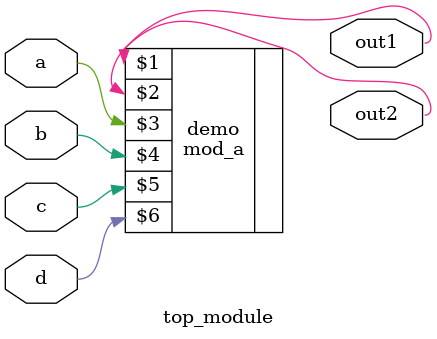
<source format=v>
module top_module(
	input a,
	input b,
	input c,
	input d,
	output out1,
	output out2
);
	mod_a demo(out1,out2,a,b,c,d);

endmodule

</source>
